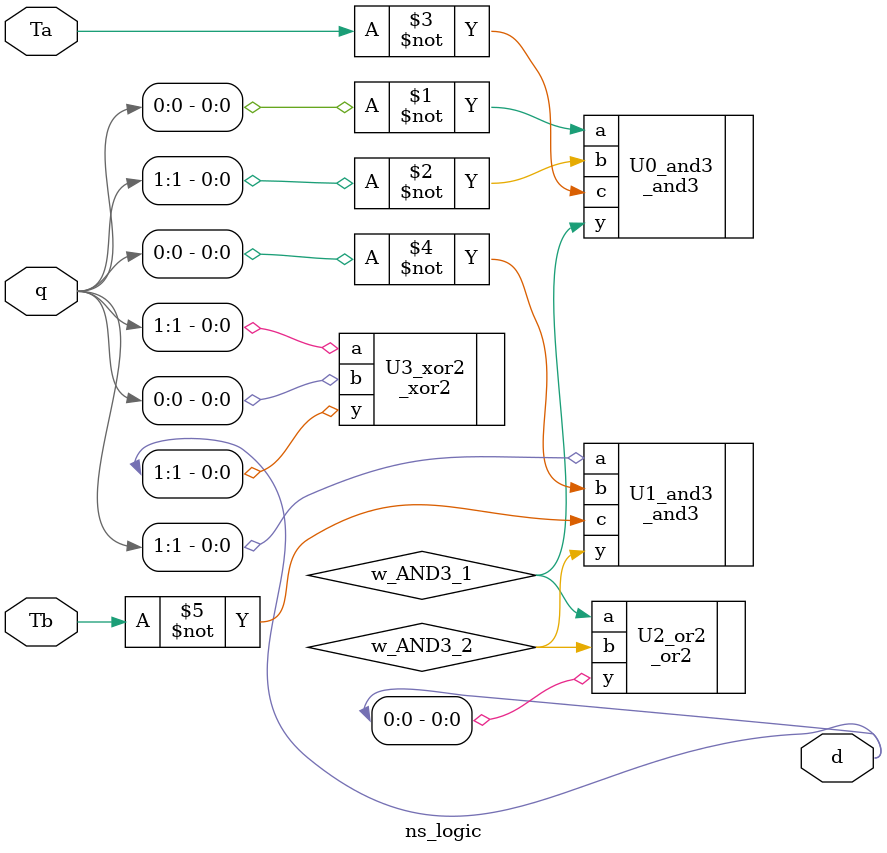
<source format=v>
module ns_logic(Ta, Tb, q, d); //next state logic

	input 				Ta, Tb;
	input 	[1:0]		q;
	output	[1:0]		d;			
	
	wire w_AND3_1, w_AND3_2;
	
	//D0
	_and3 U0_and3(.a(~q[0]), .b(~q[1]), .c(~Ta), .y(w_AND3_1)); 	//instance of AND3 gate
	_and3 U1_and3(.a(q[1]), .b(~q[0]), .c(~Tb), .y(w_AND3_2)); 		//instance of AND3 gate
	_or2 U2_or2(.a(w_AND3_1), .b(w_AND3_2), .y(d[0])); 				//instance of OR2 gate
	
	//D1
	_xor2 U3_xor2(.a(q[1]), .b(q[0]), .y(d[1])); 						//instance of XOR2 gate
	
endmodule

	
</source>
